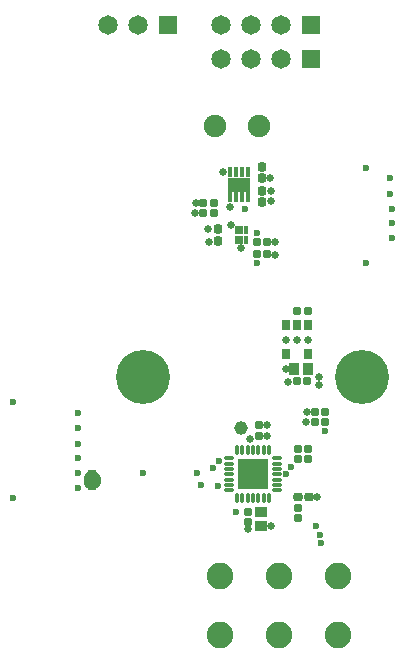
<source format=gts>
G04*
G04 #@! TF.GenerationSoftware,Altium Limited,Altium Designer,20.0.9 (164)*
G04*
G04 Layer_Color=8388736*
%FSLAX25Y25*%
%MOIN*%
G70*
G01*
G75*
%ADD28R,0.03091X0.03091*%
G04:AMPARAMS|DCode=29|XSize=26.38mil|YSize=27.95mil|CornerRadius=8.07mil|HoleSize=0mil|Usage=FLASHONLY|Rotation=0.000|XOffset=0mil|YOffset=0mil|HoleType=Round|Shape=RoundedRectangle|*
%AMROUNDEDRECTD29*
21,1,0.02638,0.01181,0,0,0.0*
21,1,0.01024,0.02795,0,0,0.0*
1,1,0.01614,0.00512,-0.00591*
1,1,0.01614,-0.00512,-0.00591*
1,1,0.01614,-0.00512,0.00591*
1,1,0.01614,0.00512,0.00591*
%
%ADD29ROUNDEDRECTD29*%
%ADD30C,0.04528*%
G04:AMPARAMS|DCode=31|XSize=31.1mil|YSize=29.53mil|CornerRadius=8.86mil|HoleSize=0mil|Usage=FLASHONLY|Rotation=90.000|XOffset=0mil|YOffset=0mil|HoleType=Round|Shape=RoundedRectangle|*
%AMROUNDEDRECTD31*
21,1,0.03110,0.01181,0,0,90.0*
21,1,0.01339,0.02953,0,0,90.0*
1,1,0.01772,0.00591,0.00669*
1,1,0.01772,0.00591,-0.00669*
1,1,0.01772,-0.00591,-0.00669*
1,1,0.01772,-0.00591,0.00669*
%
%ADD31ROUNDEDRECTD31*%
%ADD32R,0.03425X0.04134*%
%ADD33R,0.01260X0.02953*%
%ADD34R,0.07284X0.04528*%
%ADD35R,0.01772X0.03347*%
%ADD36R,0.02756X0.03740*%
G04:AMPARAMS|DCode=37|XSize=26.38mil|YSize=27.95mil|CornerRadius=8.07mil|HoleSize=0mil|Usage=FLASHONLY|Rotation=270.000|XOffset=0mil|YOffset=0mil|HoleType=Round|Shape=RoundedRectangle|*
%AMROUNDEDRECTD37*
21,1,0.02638,0.01181,0,0,270.0*
21,1,0.01024,0.02795,0,0,270.0*
1,1,0.01614,-0.00591,-0.00512*
1,1,0.01614,-0.00591,0.00512*
1,1,0.01614,0.00591,0.00512*
1,1,0.01614,0.00591,-0.00512*
%
%ADD37ROUNDEDRECTD37*%
G04:AMPARAMS|DCode=38|XSize=31.1mil|YSize=29.53mil|CornerRadius=8.86mil|HoleSize=0mil|Usage=FLASHONLY|Rotation=0.000|XOffset=0mil|YOffset=0mil|HoleType=Round|Shape=RoundedRectangle|*
%AMROUNDEDRECTD38*
21,1,0.03110,0.01181,0,0,0.0*
21,1,0.01339,0.02953,0,0,0.0*
1,1,0.01772,0.00669,-0.00591*
1,1,0.01772,-0.00669,-0.00591*
1,1,0.01772,-0.00669,0.00591*
1,1,0.01772,0.00669,0.00591*
%
%ADD38ROUNDEDRECTD38*%
%ADD39O,0.01378X0.03543*%
%ADD40O,0.03543X0.01378*%
%ADD41R,0.10433X0.10433*%
%ADD42R,0.03937X0.03347*%
%ADD43C,0.07480*%
%ADD44C,0.06496*%
%ADD45R,0.06496X0.06496*%
%ADD46C,0.08858*%
%ADD47C,0.18012*%
%ADD48C,0.02362*%
%ADD49C,0.02559*%
G36*
X193422Y161708D02*
X193434D01*
X193445Y161706D01*
X193457Y161705D01*
X193468Y161702D01*
X193480Y161700D01*
X193491Y161697D01*
X193502Y161694D01*
X193513Y161690D01*
X193524Y161686D01*
X194443Y161305D01*
X194453Y161300D01*
X194464Y161296D01*
X194474Y161290D01*
X194484Y161284D01*
X194494Y161277D01*
X194504Y161272D01*
X194512Y161264D01*
X194522Y161257D01*
X194530Y161249D01*
X194539Y161241D01*
X195242Y160538D01*
X195250Y160529D01*
X195258Y160521D01*
X195265Y160512D01*
X195272Y160503D01*
X195279Y160493D01*
X195285Y160483D01*
X195291Y160473D01*
X195297Y160463D01*
X195301Y160452D01*
X195306Y160442D01*
X195687Y159523D01*
X195691Y159512D01*
X195695Y159501D01*
X195698Y159490D01*
X195701Y159479D01*
X195703Y159467D01*
X195706Y159456D01*
X195707Y159444D01*
X195709Y159433D01*
Y159421D01*
X195710Y159410D01*
Y158912D01*
X195706Y158866D01*
X195695Y158821D01*
X195677Y158778D01*
X195653Y158738D01*
X195623Y158703D01*
X195588Y158673D01*
X195569Y158661D01*
X195588Y158650D01*
X195623Y158620D01*
X195653Y158584D01*
X195677Y158545D01*
X195695Y158502D01*
X195706Y158457D01*
X195710Y158410D01*
Y157913D01*
X195709Y157902D01*
Y157890D01*
X195707Y157878D01*
X195706Y157867D01*
X195703Y157855D01*
X195701Y157844D01*
X195698Y157833D01*
X195695Y157822D01*
X195691Y157811D01*
X195687Y157800D01*
X195306Y156881D01*
X195301Y156871D01*
X195297Y156860D01*
X195291Y156850D01*
X195285Y156840D01*
X195279Y156830D01*
X195272Y156820D01*
X195265Y156811D01*
X195258Y156802D01*
X195250Y156794D01*
X195242Y156785D01*
X194539Y156082D01*
X194530Y156074D01*
X194522Y156066D01*
X194512Y156059D01*
X194504Y156051D01*
X194494Y156045D01*
X194484Y156038D01*
X194474Y156033D01*
X194464Y156027D01*
X194453Y156023D01*
X194443Y156017D01*
X193524Y155637D01*
X193513Y155633D01*
X193502Y155629D01*
X193491Y155626D01*
X193480Y155622D01*
X193468Y155621D01*
X193457Y155618D01*
X193445Y155617D01*
X193434Y155615D01*
X193422D01*
X193411Y155614D01*
X192416D01*
X192404Y155615D01*
X192393D01*
X192381Y155617D01*
X192370Y155618D01*
X192358Y155621D01*
X192347Y155622D01*
X192336Y155626D01*
X192325Y155629D01*
X192314Y155633D01*
X192303Y155637D01*
X191384Y156017D01*
X191374Y156023D01*
X191363Y156027D01*
X191353Y156033D01*
X191342Y156038D01*
X191333Y156045D01*
X191323Y156051D01*
X191314Y156059D01*
X191305Y156066D01*
X191297Y156074D01*
X191288Y156082D01*
X190585Y156785D01*
X190577Y156794D01*
X190569Y156802D01*
X190562Y156811D01*
X190554Y156820D01*
X190548Y156830D01*
X190542Y156840D01*
X190536Y156850D01*
X190530Y156860D01*
X190526Y156871D01*
X190520Y156881D01*
X190140Y157800D01*
X190136Y157811D01*
X190132Y157822D01*
X190129Y157833D01*
X190125Y157844D01*
X190124Y157855D01*
X190121Y157867D01*
X190120Y157878D01*
X190118Y157890D01*
Y157902D01*
X190117Y157913D01*
Y158410D01*
X190121Y158457D01*
X190132Y158502D01*
X190149Y158545D01*
X190174Y158584D01*
X190204Y158620D01*
X190239Y158650D01*
X190258Y158661D01*
X190239Y158673D01*
X190204Y158703D01*
X190174Y158738D01*
X190149Y158778D01*
X190132Y158821D01*
X190121Y158866D01*
X190117Y158912D01*
Y159410D01*
X190118Y159421D01*
Y159433D01*
X190120Y159444D01*
X190121Y159456D01*
X190124Y159467D01*
X190125Y159479D01*
X190129Y159490D01*
X190132Y159501D01*
X190136Y159512D01*
X190140Y159523D01*
X190520Y160442D01*
X190526Y160452D01*
X190530Y160463D01*
X190536Y160473D01*
X190542Y160483D01*
X190548Y160493D01*
X190554Y160503D01*
X190562Y160512D01*
X190569Y160521D01*
X190577Y160529D01*
X190585Y160538D01*
X191288Y161241D01*
X191297Y161249D01*
X191305Y161257D01*
X191314Y161264D01*
X191323Y161272D01*
X191333Y161277D01*
X191342Y161284D01*
X191353Y161290D01*
X191363Y161296D01*
X191374Y161300D01*
X191384Y161305D01*
X192303Y161686D01*
X192314Y161690D01*
X192325Y161694D01*
X192336Y161697D01*
X192347Y161700D01*
X192358Y161702D01*
X192370Y161705D01*
X192381Y161706D01*
X192393Y161708D01*
X192404D01*
X192416Y161709D01*
X193411D01*
X193422Y161708D01*
D02*
G37*
D28*
X192913Y160661D02*
D03*
Y156661D02*
D03*
D29*
X270630Y181496D02*
D03*
X267165D02*
D03*
X251142Y237894D02*
D03*
X247677D02*
D03*
X229961Y250886D02*
D03*
X233425D02*
D03*
X251142Y233957D02*
D03*
X247677D02*
D03*
X261260Y214961D02*
D03*
X264724D02*
D03*
X261063Y191634D02*
D03*
X264528D02*
D03*
X270571Y178150D02*
D03*
X267106D02*
D03*
X229961Y247638D02*
D03*
X233425D02*
D03*
X261358Y168898D02*
D03*
X264823D02*
D03*
X261358Y165847D02*
D03*
X264823D02*
D03*
D30*
X242618Y176083D02*
D03*
D31*
X249311Y263209D02*
D03*
Y259429D02*
D03*
X234842Y238465D02*
D03*
Y242244D02*
D03*
X249311Y255138D02*
D03*
Y251358D02*
D03*
D32*
X260236Y195768D02*
D03*
X264961D02*
D03*
D33*
X243996Y241929D02*
D03*
X242618Y241929D02*
D03*
X241240Y241929D02*
D03*
X243996Y238779D02*
D03*
X242618Y238780D02*
D03*
X241240D02*
D03*
D34*
X241732Y257087D02*
D03*
D35*
X244685Y252953D02*
D03*
X242717D02*
D03*
X240748D02*
D03*
X238779D02*
D03*
Y261221D02*
D03*
X240748D02*
D03*
X242717D02*
D03*
X244685D02*
D03*
D36*
X264961Y210531D02*
D03*
X261221Y210531D02*
D03*
X257480Y210531D02*
D03*
X264961Y200689D02*
D03*
X257480Y200689D02*
D03*
D37*
X248622Y173465D02*
D03*
X248622Y176929D02*
D03*
X261417Y145905D02*
D03*
Y149370D02*
D03*
X244717Y144630D02*
D03*
Y148095D02*
D03*
D38*
X265276Y153150D02*
D03*
X261496D02*
D03*
D39*
X251772Y168602D02*
D03*
X250000D02*
D03*
X248228Y168602D02*
D03*
X246457Y168602D02*
D03*
X244685Y168602D02*
D03*
X242913Y168602D02*
D03*
X241142Y168602D02*
D03*
Y152657D02*
D03*
X242913Y152657D02*
D03*
X244685D02*
D03*
X246457Y152657D02*
D03*
X248228D02*
D03*
X250000Y152657D02*
D03*
X251772D02*
D03*
D40*
X238484Y165945D02*
D03*
Y164173D02*
D03*
Y162402D02*
D03*
X238484Y160630D02*
D03*
X238484Y158858D02*
D03*
Y157087D02*
D03*
Y155315D02*
D03*
X254429Y155315D02*
D03*
Y157087D02*
D03*
X254429Y158858D02*
D03*
Y160630D02*
D03*
X254429Y162402D02*
D03*
Y164173D02*
D03*
X254429Y165945D02*
D03*
D41*
X246457Y160630D02*
D03*
D42*
X249101Y148098D02*
D03*
Y143374D02*
D03*
D43*
X248524Y276870D02*
D03*
X233858Y276772D02*
D03*
D44*
X198110Y310236D02*
D03*
X208110D02*
D03*
X255669D02*
D03*
X245669D02*
D03*
X235669D02*
D03*
X255748Y299213D02*
D03*
X245748D02*
D03*
X235748D02*
D03*
D45*
X218110Y310236D02*
D03*
X265669D02*
D03*
X265748Y299213D02*
D03*
D46*
X274803Y107087D02*
D03*
X255118D02*
D03*
X235433D02*
D03*
X274803Y126772D02*
D03*
X255118D02*
D03*
X235433D02*
D03*
D47*
X282677Y192913D02*
D03*
X209842D02*
D03*
D48*
X166535Y152756D02*
D03*
Y184646D02*
D03*
X229134Y157087D02*
D03*
X234646Y156693D02*
D03*
X267323Y143307D02*
D03*
X240945Y148031D02*
D03*
X268898Y140551D02*
D03*
X269291Y137795D02*
D03*
X292913Y239370D02*
D03*
Y244488D02*
D03*
Y249213D02*
D03*
X270472Y175197D02*
D03*
X259055Y162992D02*
D03*
X247638Y231102D02*
D03*
Y240945D02*
D03*
X233071Y162598D02*
D03*
X235039Y164961D02*
D03*
X243701Y249213D02*
D03*
X284252Y231102D02*
D03*
Y262598D02*
D03*
X292126Y259449D02*
D03*
X292274Y254213D02*
D03*
X257480Y160630D02*
D03*
X227953Y161024D02*
D03*
X209842D02*
D03*
X188189Y181102D02*
D03*
Y175984D02*
D03*
Y170866D02*
D03*
Y166142D02*
D03*
Y155905D02*
D03*
Y161024D02*
D03*
D49*
X267913Y153150D02*
D03*
X251083Y176969D02*
D03*
X244856Y142465D02*
D03*
X245413Y172253D02*
D03*
X251083Y173425D02*
D03*
X252303Y143231D02*
D03*
X252389Y251564D02*
D03*
X257382Y195669D02*
D03*
X258268Y191535D02*
D03*
X268406Y190354D02*
D03*
Y193110D02*
D03*
X264370Y181496D02*
D03*
X264213Y178150D02*
D03*
X231594Y242323D02*
D03*
X253740Y233858D02*
D03*
Y237894D02*
D03*
X227264Y247736D02*
D03*
X227362Y250886D02*
D03*
X242618Y236024D02*
D03*
X238779Y249803D02*
D03*
X238976Y243701D02*
D03*
X231791Y238189D02*
D03*
X252387Y255023D02*
D03*
X252264Y259449D02*
D03*
X241732Y257087D02*
D03*
X264862Y205512D02*
D03*
X261122D02*
D03*
X257382D02*
D03*
X236319Y261238D02*
D03*
M02*

</source>
